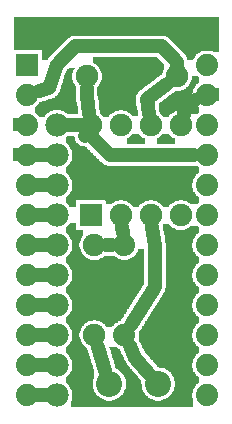
<source format=gbl>
G04 MADE WITH FRITZING*
G04 WWW.FRITZING.ORG*
G04 SINGLE SIDED*
G04 HOLES NOT PLATED*
G04 CONTOUR ON CENTER OF CONTOUR VECTOR*
%ASAXBY*%
%FSLAX23Y23*%
%MOIN*%
%OFA0B0*%
%SFA1.0B1.0*%
%ADD10C,0.075000*%
%ADD11C,0.074000*%
%ADD12C,0.087244*%
%ADD13C,0.078000*%
%ADD14R,0.074000X0.074000*%
%ADD15R,0.075000X0.075000*%
%ADD16C,0.048000*%
%LNCOPPER0*%
G90*
G70*
G54D10*
X612Y1284D03*
X399Y1138D03*
X290Y829D03*
X568Y359D03*
G54D11*
X683Y1179D03*
X683Y1079D03*
X683Y979D03*
X683Y879D03*
X683Y779D03*
X683Y679D03*
X683Y579D03*
X683Y479D03*
X683Y379D03*
X683Y279D03*
X683Y179D03*
X683Y79D03*
X83Y79D03*
X83Y179D03*
X83Y279D03*
X83Y379D03*
X83Y479D03*
X83Y579D03*
X83Y679D03*
X83Y779D03*
X83Y879D03*
X83Y979D03*
X83Y1079D03*
X83Y1179D03*
G54D10*
X296Y679D03*
X296Y979D03*
X396Y679D03*
X396Y979D03*
X496Y679D03*
X496Y979D03*
X596Y679D03*
X596Y979D03*
G54D11*
X408Y279D03*
X408Y579D03*
G54D10*
X308Y579D03*
X308Y279D03*
G54D12*
X358Y117D03*
X521Y117D03*
G54D10*
X283Y1142D03*
X583Y1142D03*
G54D13*
X183Y979D03*
X183Y879D03*
X183Y779D03*
X183Y679D03*
X183Y579D03*
X183Y479D03*
X183Y379D03*
X183Y279D03*
X183Y179D03*
X183Y79D03*
G54D14*
X83Y1179D03*
G54D15*
X296Y679D03*
G54D16*
X429Y313D02*
X510Y440D01*
D02*
X510Y440D02*
X510Y578D01*
D02*
X510Y578D02*
X501Y640D01*
D02*
X400Y640D02*
X403Y619D01*
D02*
X426Y243D02*
X445Y204D01*
D02*
X445Y204D02*
X491Y151D01*
D02*
X368Y579D02*
X348Y579D01*
D02*
X583Y1181D02*
X583Y1191D01*
D02*
X583Y1191D02*
X532Y1242D01*
D02*
X532Y1242D02*
X245Y1242D01*
D02*
X182Y1179D02*
X158Y1103D01*
D02*
X245Y1242D02*
X182Y1179D01*
D02*
X158Y1103D02*
X123Y1092D01*
D02*
X320Y241D02*
X345Y160D01*
D02*
X551Y1118D02*
X482Y1066D01*
D02*
X482Y1066D02*
X489Y1018D01*
D02*
X283Y1102D02*
X283Y1078D01*
D02*
X283Y1078D02*
X290Y1018D01*
D02*
X641Y879D02*
X359Y879D01*
D02*
X283Y955D02*
X277Y944D01*
D02*
X359Y879D02*
X283Y955D01*
D02*
X620Y1053D02*
X608Y1017D01*
D02*
X644Y1063D02*
X620Y1053D01*
D02*
X267Y979D02*
X213Y979D01*
D02*
X153Y879D02*
X114Y879D01*
D02*
X153Y779D02*
X114Y779D01*
D02*
X153Y679D02*
X114Y679D01*
D02*
X153Y579D02*
X114Y579D01*
D02*
X153Y479D02*
X114Y479D01*
D02*
X153Y379D02*
X114Y379D01*
D02*
X153Y279D02*
X114Y279D01*
D02*
X153Y179D02*
X114Y179D01*
D02*
X153Y79D02*
X114Y79D01*
G36*
X40Y1339D02*
X40Y1277D01*
X542Y1277D01*
X542Y1275D01*
X548Y1275D01*
X548Y1273D01*
X552Y1273D01*
X552Y1271D01*
X554Y1271D01*
X554Y1269D01*
X556Y1269D01*
X556Y1267D01*
X558Y1267D01*
X558Y1265D01*
X560Y1265D01*
X560Y1263D01*
X562Y1263D01*
X562Y1261D01*
X564Y1261D01*
X564Y1259D01*
X566Y1259D01*
X566Y1257D01*
X568Y1257D01*
X568Y1255D01*
X570Y1255D01*
X570Y1253D01*
X572Y1253D01*
X572Y1251D01*
X574Y1251D01*
X574Y1249D01*
X576Y1249D01*
X576Y1247D01*
X578Y1247D01*
X578Y1245D01*
X580Y1245D01*
X580Y1243D01*
X582Y1243D01*
X582Y1241D01*
X584Y1241D01*
X584Y1239D01*
X586Y1239D01*
X586Y1237D01*
X588Y1237D01*
X588Y1235D01*
X590Y1235D01*
X590Y1233D01*
X592Y1233D01*
X592Y1231D01*
X594Y1231D01*
X594Y1229D01*
X684Y1229D01*
X684Y1227D01*
X696Y1227D01*
X696Y1225D01*
X702Y1225D01*
X702Y1223D01*
X724Y1223D01*
X724Y1339D01*
X40Y1339D01*
G37*
D02*
G36*
X40Y1277D02*
X40Y1229D01*
X132Y1229D01*
X132Y1197D01*
X152Y1197D01*
X152Y1201D01*
X154Y1201D01*
X154Y1203D01*
X156Y1203D01*
X156Y1205D01*
X158Y1205D01*
X158Y1207D01*
X160Y1207D01*
X160Y1209D01*
X162Y1209D01*
X162Y1211D01*
X164Y1211D01*
X164Y1213D01*
X166Y1213D01*
X166Y1215D01*
X168Y1215D01*
X168Y1217D01*
X170Y1217D01*
X170Y1219D01*
X172Y1219D01*
X172Y1221D01*
X174Y1221D01*
X174Y1223D01*
X176Y1223D01*
X176Y1225D01*
X178Y1225D01*
X178Y1227D01*
X180Y1227D01*
X180Y1229D01*
X182Y1229D01*
X182Y1231D01*
X184Y1231D01*
X184Y1233D01*
X186Y1233D01*
X186Y1235D01*
X188Y1235D01*
X188Y1237D01*
X190Y1237D01*
X190Y1239D01*
X192Y1239D01*
X192Y1241D01*
X194Y1241D01*
X194Y1243D01*
X196Y1243D01*
X196Y1245D01*
X198Y1245D01*
X198Y1247D01*
X200Y1247D01*
X200Y1249D01*
X202Y1249D01*
X202Y1251D01*
X204Y1251D01*
X204Y1253D01*
X206Y1253D01*
X206Y1255D01*
X208Y1255D01*
X208Y1257D01*
X210Y1257D01*
X210Y1259D01*
X212Y1259D01*
X212Y1261D01*
X214Y1261D01*
X214Y1263D01*
X216Y1263D01*
X216Y1265D01*
X218Y1265D01*
X218Y1267D01*
X220Y1267D01*
X220Y1269D01*
X222Y1269D01*
X222Y1271D01*
X226Y1271D01*
X226Y1273D01*
X230Y1273D01*
X230Y1275D01*
X234Y1275D01*
X234Y1277D01*
X40Y1277D01*
G37*
D02*
G36*
X596Y1229D02*
X596Y1227D01*
X598Y1227D01*
X598Y1225D01*
X600Y1225D01*
X600Y1223D01*
X602Y1223D01*
X602Y1221D01*
X604Y1221D01*
X604Y1219D01*
X606Y1219D01*
X606Y1217D01*
X608Y1217D01*
X608Y1215D01*
X610Y1215D01*
X610Y1213D01*
X612Y1213D01*
X612Y1211D01*
X614Y1211D01*
X614Y1207D01*
X616Y1207D01*
X616Y1201D01*
X618Y1201D01*
X618Y1195D01*
X638Y1195D01*
X638Y1201D01*
X640Y1201D01*
X640Y1203D01*
X642Y1203D01*
X642Y1207D01*
X644Y1207D01*
X644Y1209D01*
X646Y1209D01*
X646Y1211D01*
X648Y1211D01*
X648Y1215D01*
X652Y1215D01*
X652Y1217D01*
X654Y1217D01*
X654Y1219D01*
X656Y1219D01*
X656Y1221D01*
X660Y1221D01*
X660Y1223D01*
X664Y1223D01*
X664Y1225D01*
X670Y1225D01*
X670Y1227D01*
X682Y1227D01*
X682Y1229D01*
X596Y1229D01*
G37*
D02*
G36*
X304Y1205D02*
X304Y1185D01*
X308Y1185D01*
X308Y1183D01*
X312Y1183D01*
X312Y1181D01*
X314Y1181D01*
X314Y1179D01*
X316Y1179D01*
X316Y1177D01*
X318Y1177D01*
X318Y1175D01*
X320Y1175D01*
X320Y1173D01*
X322Y1173D01*
X322Y1171D01*
X324Y1171D01*
X324Y1167D01*
X326Y1167D01*
X326Y1163D01*
X328Y1163D01*
X328Y1159D01*
X330Y1159D01*
X330Y1153D01*
X332Y1153D01*
X332Y1131D01*
X330Y1131D01*
X330Y1123D01*
X328Y1123D01*
X328Y1119D01*
X326Y1119D01*
X326Y1115D01*
X324Y1115D01*
X324Y1113D01*
X322Y1113D01*
X322Y1111D01*
X320Y1111D01*
X320Y1107D01*
X318Y1107D01*
X318Y1077D01*
X320Y1077D01*
X320Y1063D01*
X322Y1063D01*
X322Y1047D01*
X324Y1047D01*
X324Y1031D01*
X326Y1031D01*
X326Y1029D01*
X402Y1029D01*
X402Y1027D01*
X410Y1027D01*
X410Y1025D01*
X416Y1025D01*
X416Y1023D01*
X420Y1023D01*
X420Y1021D01*
X424Y1021D01*
X424Y1019D01*
X426Y1019D01*
X426Y1017D01*
X428Y1017D01*
X428Y1015D01*
X430Y1015D01*
X430Y1013D01*
X432Y1013D01*
X432Y1011D01*
X452Y1011D01*
X452Y1031D01*
X450Y1031D01*
X450Y1043D01*
X448Y1043D01*
X448Y1055D01*
X446Y1055D01*
X446Y1075D01*
X448Y1075D01*
X448Y1079D01*
X450Y1079D01*
X450Y1083D01*
X452Y1083D01*
X452Y1087D01*
X454Y1087D01*
X454Y1089D01*
X456Y1089D01*
X456Y1091D01*
X458Y1091D01*
X458Y1093D01*
X460Y1093D01*
X460Y1095D01*
X462Y1095D01*
X462Y1097D01*
X466Y1097D01*
X466Y1099D01*
X468Y1099D01*
X468Y1101D01*
X470Y1101D01*
X470Y1103D01*
X474Y1103D01*
X474Y1105D01*
X476Y1105D01*
X476Y1107D01*
X478Y1107D01*
X478Y1109D01*
X482Y1109D01*
X482Y1111D01*
X484Y1111D01*
X484Y1113D01*
X486Y1113D01*
X486Y1115D01*
X490Y1115D01*
X490Y1117D01*
X492Y1117D01*
X492Y1119D01*
X494Y1119D01*
X494Y1121D01*
X498Y1121D01*
X498Y1123D01*
X500Y1123D01*
X500Y1125D01*
X502Y1125D01*
X502Y1127D01*
X506Y1127D01*
X506Y1129D01*
X508Y1129D01*
X508Y1131D01*
X510Y1131D01*
X510Y1133D01*
X514Y1133D01*
X514Y1135D01*
X516Y1135D01*
X516Y1137D01*
X518Y1137D01*
X518Y1139D01*
X522Y1139D01*
X522Y1141D01*
X524Y1141D01*
X524Y1143D01*
X526Y1143D01*
X526Y1145D01*
X530Y1145D01*
X530Y1147D01*
X532Y1147D01*
X532Y1149D01*
X534Y1149D01*
X534Y1153D01*
X536Y1153D01*
X536Y1159D01*
X538Y1159D01*
X538Y1163D01*
X540Y1163D01*
X540Y1183D01*
X538Y1183D01*
X538Y1185D01*
X536Y1185D01*
X536Y1187D01*
X534Y1187D01*
X534Y1189D01*
X532Y1189D01*
X532Y1191D01*
X530Y1191D01*
X530Y1193D01*
X528Y1193D01*
X528Y1195D01*
X526Y1195D01*
X526Y1197D01*
X524Y1197D01*
X524Y1199D01*
X522Y1199D01*
X522Y1201D01*
X520Y1201D01*
X520Y1203D01*
X518Y1203D01*
X518Y1205D01*
X304Y1205D01*
G37*
D02*
G36*
X326Y1029D02*
X326Y1017D01*
X328Y1017D01*
X328Y1015D01*
X330Y1015D01*
X330Y1013D01*
X332Y1013D01*
X332Y1011D01*
X334Y1011D01*
X334Y1009D01*
X336Y1009D01*
X336Y1007D01*
X356Y1007D01*
X356Y1009D01*
X358Y1009D01*
X358Y1013D01*
X360Y1013D01*
X360Y1015D01*
X362Y1015D01*
X362Y1017D01*
X366Y1017D01*
X366Y1019D01*
X368Y1019D01*
X368Y1021D01*
X372Y1021D01*
X372Y1023D01*
X376Y1023D01*
X376Y1025D01*
X380Y1025D01*
X380Y1027D01*
X390Y1027D01*
X390Y1029D01*
X326Y1029D01*
G37*
D02*
G36*
X222Y1169D02*
X222Y1167D01*
X220Y1167D01*
X220Y1165D01*
X218Y1165D01*
X218Y1163D01*
X216Y1163D01*
X216Y1161D01*
X214Y1161D01*
X214Y1159D01*
X212Y1159D01*
X212Y1153D01*
X210Y1153D01*
X210Y1145D01*
X208Y1145D01*
X208Y1139D01*
X206Y1139D01*
X206Y1133D01*
X204Y1133D01*
X204Y1127D01*
X202Y1127D01*
X202Y1121D01*
X200Y1121D01*
X200Y1113D01*
X198Y1113D01*
X198Y1107D01*
X196Y1107D01*
X196Y1101D01*
X194Y1101D01*
X194Y1095D01*
X192Y1095D01*
X192Y1089D01*
X190Y1089D01*
X190Y1085D01*
X188Y1085D01*
X188Y1083D01*
X186Y1083D01*
X186Y1079D01*
X184Y1079D01*
X184Y1077D01*
X182Y1077D01*
X182Y1075D01*
X178Y1075D01*
X178Y1073D01*
X176Y1073D01*
X176Y1071D01*
X170Y1071D01*
X170Y1069D01*
X166Y1069D01*
X166Y1067D01*
X160Y1067D01*
X160Y1065D01*
X154Y1065D01*
X154Y1063D01*
X148Y1063D01*
X148Y1061D01*
X140Y1061D01*
X140Y1059D01*
X134Y1059D01*
X134Y1057D01*
X126Y1057D01*
X126Y1055D01*
X124Y1055D01*
X124Y1051D01*
X122Y1051D01*
X122Y1049D01*
X120Y1049D01*
X120Y1045D01*
X118Y1045D01*
X118Y1043D01*
X114Y1043D01*
X114Y1041D01*
X112Y1041D01*
X112Y1039D01*
X110Y1039D01*
X110Y1031D01*
X184Y1031D01*
X184Y1029D01*
X196Y1029D01*
X196Y1027D01*
X202Y1027D01*
X202Y1025D01*
X206Y1025D01*
X206Y1023D01*
X210Y1023D01*
X210Y1021D01*
X214Y1021D01*
X214Y1019D01*
X216Y1019D01*
X216Y1017D01*
X218Y1017D01*
X218Y1015D01*
X252Y1015D01*
X252Y1043D01*
X250Y1043D01*
X250Y1057D01*
X248Y1057D01*
X248Y1073D01*
X246Y1073D01*
X246Y1111D01*
X244Y1111D01*
X244Y1113D01*
X242Y1113D01*
X242Y1115D01*
X240Y1115D01*
X240Y1119D01*
X238Y1119D01*
X238Y1123D01*
X236Y1123D01*
X236Y1131D01*
X234Y1131D01*
X234Y1153D01*
X236Y1153D01*
X236Y1159D01*
X238Y1159D01*
X238Y1163D01*
X240Y1163D01*
X240Y1167D01*
X242Y1167D01*
X242Y1169D01*
X222Y1169D01*
G37*
D02*
G36*
X110Y1031D02*
X110Y1019D01*
X112Y1019D01*
X112Y1017D01*
X114Y1017D01*
X114Y1015D01*
X118Y1015D01*
X118Y1013D01*
X120Y1013D01*
X120Y1009D01*
X122Y1009D01*
X122Y1007D01*
X142Y1007D01*
X142Y1011D01*
X144Y1011D01*
X144Y1013D01*
X146Y1013D01*
X146Y1015D01*
X148Y1015D01*
X148Y1017D01*
X150Y1017D01*
X150Y1019D01*
X154Y1019D01*
X154Y1021D01*
X156Y1021D01*
X156Y1023D01*
X160Y1023D01*
X160Y1025D01*
X164Y1025D01*
X164Y1027D01*
X170Y1027D01*
X170Y1029D01*
X182Y1029D01*
X182Y1031D01*
X110Y1031D01*
G37*
D02*
G36*
X632Y1143D02*
X632Y1131D01*
X630Y1131D01*
X630Y1123D01*
X628Y1123D01*
X628Y1119D01*
X626Y1119D01*
X626Y1115D01*
X624Y1115D01*
X624Y1113D01*
X622Y1113D01*
X622Y1111D01*
X620Y1111D01*
X620Y1107D01*
X618Y1107D01*
X618Y1105D01*
X614Y1105D01*
X614Y1103D01*
X612Y1103D01*
X612Y1101D01*
X610Y1101D01*
X610Y1099D01*
X606Y1099D01*
X606Y1097D01*
X602Y1097D01*
X602Y1095D01*
X596Y1095D01*
X596Y1093D01*
X576Y1093D01*
X576Y1091D01*
X574Y1091D01*
X574Y1089D01*
X572Y1089D01*
X572Y1087D01*
X570Y1087D01*
X570Y1085D01*
X566Y1085D01*
X566Y1083D01*
X564Y1083D01*
X564Y1081D01*
X562Y1081D01*
X562Y1079D01*
X558Y1079D01*
X558Y1077D01*
X556Y1077D01*
X556Y1075D01*
X554Y1075D01*
X554Y1073D01*
X550Y1073D01*
X550Y1071D01*
X548Y1071D01*
X548Y1069D01*
X546Y1069D01*
X546Y1067D01*
X542Y1067D01*
X542Y1065D01*
X540Y1065D01*
X540Y1063D01*
X538Y1063D01*
X538Y1061D01*
X534Y1061D01*
X534Y1059D01*
X532Y1059D01*
X532Y1057D01*
X530Y1057D01*
X530Y1055D01*
X526Y1055D01*
X526Y1053D01*
X524Y1053D01*
X524Y1029D01*
X602Y1029D01*
X602Y1027D01*
X610Y1027D01*
X610Y1025D01*
X616Y1025D01*
X616Y1023D01*
X620Y1023D01*
X620Y1021D01*
X624Y1021D01*
X624Y1019D01*
X626Y1019D01*
X626Y1017D01*
X628Y1017D01*
X628Y1015D01*
X652Y1015D01*
X652Y1017D01*
X654Y1017D01*
X654Y1019D01*
X656Y1019D01*
X656Y1039D01*
X654Y1039D01*
X654Y1041D01*
X652Y1041D01*
X652Y1043D01*
X648Y1043D01*
X648Y1047D01*
X646Y1047D01*
X646Y1049D01*
X644Y1049D01*
X644Y1051D01*
X642Y1051D01*
X642Y1055D01*
X640Y1055D01*
X640Y1057D01*
X638Y1057D01*
X638Y1063D01*
X636Y1063D01*
X636Y1071D01*
X634Y1071D01*
X634Y1087D01*
X636Y1087D01*
X636Y1095D01*
X638Y1095D01*
X638Y1101D01*
X640Y1101D01*
X640Y1103D01*
X642Y1103D01*
X642Y1107D01*
X644Y1107D01*
X644Y1109D01*
X646Y1109D01*
X646Y1111D01*
X648Y1111D01*
X648Y1115D01*
X652Y1115D01*
X652Y1117D01*
X654Y1117D01*
X654Y1119D01*
X656Y1119D01*
X656Y1139D01*
X654Y1139D01*
X654Y1141D01*
X652Y1141D01*
X652Y1143D01*
X632Y1143D01*
G37*
D02*
G36*
X524Y1029D02*
X524Y1023D01*
X526Y1023D01*
X526Y1017D01*
X528Y1017D01*
X528Y1015D01*
X530Y1015D01*
X530Y1013D01*
X532Y1013D01*
X532Y1011D01*
X534Y1011D01*
X534Y1009D01*
X536Y1009D01*
X536Y1007D01*
X556Y1007D01*
X556Y1009D01*
X558Y1009D01*
X558Y1013D01*
X560Y1013D01*
X560Y1015D01*
X562Y1015D01*
X562Y1017D01*
X566Y1017D01*
X566Y1019D01*
X568Y1019D01*
X568Y1021D01*
X572Y1021D01*
X572Y1023D01*
X576Y1023D01*
X576Y1025D01*
X580Y1025D01*
X580Y1027D01*
X590Y1027D01*
X590Y1029D01*
X524Y1029D01*
G37*
D02*
G36*
X436Y951D02*
X436Y949D01*
X434Y949D01*
X434Y947D01*
X432Y947D01*
X432Y945D01*
X430Y945D01*
X430Y943D01*
X428Y943D01*
X428Y941D01*
X426Y941D01*
X426Y939D01*
X424Y939D01*
X424Y937D01*
X420Y937D01*
X420Y935D01*
X416Y935D01*
X416Y915D01*
X476Y915D01*
X476Y935D01*
X472Y935D01*
X472Y937D01*
X468Y937D01*
X468Y939D01*
X466Y939D01*
X466Y941D01*
X464Y941D01*
X464Y943D01*
X460Y943D01*
X460Y945D01*
X458Y945D01*
X458Y949D01*
X456Y949D01*
X456Y951D01*
X436Y951D01*
G37*
D02*
G36*
X536Y951D02*
X536Y949D01*
X534Y949D01*
X534Y947D01*
X532Y947D01*
X532Y945D01*
X530Y945D01*
X530Y943D01*
X528Y943D01*
X528Y941D01*
X526Y941D01*
X526Y939D01*
X524Y939D01*
X524Y937D01*
X520Y937D01*
X520Y935D01*
X516Y935D01*
X516Y915D01*
X576Y915D01*
X576Y935D01*
X572Y935D01*
X572Y937D01*
X568Y937D01*
X568Y939D01*
X566Y939D01*
X566Y941D01*
X564Y941D01*
X564Y943D01*
X560Y943D01*
X560Y945D01*
X558Y945D01*
X558Y949D01*
X556Y949D01*
X556Y951D01*
X536Y951D01*
G37*
D02*
G36*
X218Y943D02*
X218Y941D01*
X216Y941D01*
X216Y939D01*
X214Y939D01*
X214Y919D01*
X216Y919D01*
X216Y917D01*
X218Y917D01*
X218Y915D01*
X220Y915D01*
X220Y913D01*
X222Y913D01*
X222Y911D01*
X224Y911D01*
X224Y907D01*
X226Y907D01*
X226Y905D01*
X228Y905D01*
X228Y901D01*
X230Y901D01*
X230Y897D01*
X232Y897D01*
X232Y889D01*
X234Y889D01*
X234Y869D01*
X232Y869D01*
X232Y861D01*
X230Y861D01*
X230Y857D01*
X228Y857D01*
X228Y853D01*
X226Y853D01*
X226Y851D01*
X224Y851D01*
X224Y847D01*
X222Y847D01*
X222Y845D01*
X220Y845D01*
X220Y843D01*
X218Y843D01*
X218Y841D01*
X216Y841D01*
X216Y839D01*
X214Y839D01*
X214Y819D01*
X216Y819D01*
X216Y817D01*
X218Y817D01*
X218Y815D01*
X220Y815D01*
X220Y813D01*
X222Y813D01*
X222Y811D01*
X224Y811D01*
X224Y807D01*
X226Y807D01*
X226Y805D01*
X228Y805D01*
X228Y801D01*
X230Y801D01*
X230Y797D01*
X232Y797D01*
X232Y789D01*
X234Y789D01*
X234Y769D01*
X232Y769D01*
X232Y761D01*
X230Y761D01*
X230Y757D01*
X228Y757D01*
X228Y753D01*
X226Y753D01*
X226Y751D01*
X224Y751D01*
X224Y747D01*
X222Y747D01*
X222Y745D01*
X220Y745D01*
X220Y743D01*
X218Y743D01*
X218Y741D01*
X216Y741D01*
X216Y739D01*
X214Y739D01*
X214Y729D01*
X602Y729D01*
X602Y727D01*
X610Y727D01*
X610Y725D01*
X616Y725D01*
X616Y723D01*
X620Y723D01*
X620Y721D01*
X624Y721D01*
X624Y719D01*
X626Y719D01*
X626Y717D01*
X628Y717D01*
X628Y715D01*
X652Y715D01*
X652Y717D01*
X654Y717D01*
X654Y719D01*
X656Y719D01*
X656Y739D01*
X654Y739D01*
X654Y741D01*
X652Y741D01*
X652Y743D01*
X648Y743D01*
X648Y747D01*
X646Y747D01*
X646Y749D01*
X644Y749D01*
X644Y751D01*
X642Y751D01*
X642Y755D01*
X640Y755D01*
X640Y757D01*
X638Y757D01*
X638Y763D01*
X636Y763D01*
X636Y771D01*
X634Y771D01*
X634Y787D01*
X636Y787D01*
X636Y795D01*
X638Y795D01*
X638Y801D01*
X640Y801D01*
X640Y803D01*
X642Y803D01*
X642Y807D01*
X644Y807D01*
X644Y809D01*
X646Y809D01*
X646Y811D01*
X648Y811D01*
X648Y815D01*
X652Y815D01*
X652Y817D01*
X654Y817D01*
X654Y819D01*
X656Y819D01*
X656Y839D01*
X654Y839D01*
X654Y841D01*
X652Y841D01*
X652Y843D01*
X350Y843D01*
X350Y845D01*
X344Y845D01*
X344Y847D01*
X340Y847D01*
X340Y849D01*
X338Y849D01*
X338Y851D01*
X336Y851D01*
X336Y853D01*
X332Y853D01*
X332Y855D01*
X330Y855D01*
X330Y857D01*
X328Y857D01*
X328Y859D01*
X326Y859D01*
X326Y861D01*
X324Y861D01*
X324Y863D01*
X322Y863D01*
X322Y865D01*
X320Y865D01*
X320Y867D01*
X318Y867D01*
X318Y869D01*
X316Y869D01*
X316Y871D01*
X314Y871D01*
X314Y873D01*
X312Y873D01*
X312Y875D01*
X310Y875D01*
X310Y877D01*
X308Y877D01*
X308Y879D01*
X306Y879D01*
X306Y881D01*
X304Y881D01*
X304Y883D01*
X302Y883D01*
X302Y885D01*
X300Y885D01*
X300Y887D01*
X298Y887D01*
X298Y889D01*
X296Y889D01*
X296Y891D01*
X294Y891D01*
X294Y893D01*
X292Y893D01*
X292Y895D01*
X290Y895D01*
X290Y897D01*
X288Y897D01*
X288Y899D01*
X286Y899D01*
X286Y901D01*
X284Y901D01*
X284Y903D01*
X282Y903D01*
X282Y905D01*
X280Y905D01*
X280Y907D01*
X278Y907D01*
X278Y909D01*
X266Y909D01*
X266Y911D01*
X260Y911D01*
X260Y913D01*
X258Y913D01*
X258Y915D01*
X254Y915D01*
X254Y917D01*
X252Y917D01*
X252Y919D01*
X250Y919D01*
X250Y921D01*
X248Y921D01*
X248Y923D01*
X246Y923D01*
X246Y927D01*
X244Y927D01*
X244Y931D01*
X242Y931D01*
X242Y939D01*
X240Y939D01*
X240Y943D01*
X218Y943D01*
G37*
D02*
G36*
X214Y729D02*
X214Y719D01*
X216Y719D01*
X216Y717D01*
X218Y717D01*
X218Y715D01*
X220Y715D01*
X220Y713D01*
X222Y713D01*
X222Y711D01*
X224Y711D01*
X224Y707D01*
X226Y707D01*
X226Y705D01*
X246Y705D01*
X246Y729D01*
X214Y729D01*
G37*
D02*
G36*
X344Y729D02*
X344Y727D01*
X346Y727D01*
X346Y717D01*
X366Y717D01*
X366Y719D01*
X368Y719D01*
X368Y721D01*
X372Y721D01*
X372Y723D01*
X376Y723D01*
X376Y725D01*
X380Y725D01*
X380Y727D01*
X390Y727D01*
X390Y729D01*
X344Y729D01*
G37*
D02*
G36*
X402Y729D02*
X402Y727D01*
X410Y727D01*
X410Y725D01*
X416Y725D01*
X416Y723D01*
X420Y723D01*
X420Y721D01*
X424Y721D01*
X424Y719D01*
X426Y719D01*
X426Y717D01*
X428Y717D01*
X428Y715D01*
X430Y715D01*
X430Y713D01*
X432Y713D01*
X432Y711D01*
X434Y711D01*
X434Y709D01*
X436Y709D01*
X436Y707D01*
X456Y707D01*
X456Y709D01*
X458Y709D01*
X458Y713D01*
X460Y713D01*
X460Y715D01*
X462Y715D01*
X462Y717D01*
X466Y717D01*
X466Y719D01*
X468Y719D01*
X468Y721D01*
X472Y721D01*
X472Y723D01*
X476Y723D01*
X476Y725D01*
X480Y725D01*
X480Y727D01*
X490Y727D01*
X490Y729D01*
X402Y729D01*
G37*
D02*
G36*
X502Y729D02*
X502Y727D01*
X510Y727D01*
X510Y725D01*
X516Y725D01*
X516Y723D01*
X520Y723D01*
X520Y721D01*
X524Y721D01*
X524Y719D01*
X526Y719D01*
X526Y717D01*
X528Y717D01*
X528Y715D01*
X530Y715D01*
X530Y713D01*
X532Y713D01*
X532Y711D01*
X534Y711D01*
X534Y709D01*
X536Y709D01*
X536Y707D01*
X556Y707D01*
X556Y709D01*
X558Y709D01*
X558Y713D01*
X560Y713D01*
X560Y715D01*
X562Y715D01*
X562Y717D01*
X566Y717D01*
X566Y719D01*
X568Y719D01*
X568Y721D01*
X572Y721D01*
X572Y723D01*
X576Y723D01*
X576Y725D01*
X580Y725D01*
X580Y727D01*
X590Y727D01*
X590Y729D01*
X502Y729D01*
G37*
D02*
G36*
X226Y653D02*
X226Y651D01*
X224Y651D01*
X224Y647D01*
X222Y647D01*
X222Y645D01*
X220Y645D01*
X220Y643D01*
X218Y643D01*
X218Y641D01*
X216Y641D01*
X216Y639D01*
X214Y639D01*
X214Y619D01*
X216Y619D01*
X216Y617D01*
X218Y617D01*
X218Y615D01*
X220Y615D01*
X220Y613D01*
X222Y613D01*
X222Y611D01*
X224Y611D01*
X224Y607D01*
X226Y607D01*
X226Y605D01*
X228Y605D01*
X228Y601D01*
X230Y601D01*
X230Y597D01*
X232Y597D01*
X232Y589D01*
X234Y589D01*
X234Y569D01*
X232Y569D01*
X232Y561D01*
X230Y561D01*
X230Y557D01*
X228Y557D01*
X228Y553D01*
X226Y553D01*
X226Y551D01*
X224Y551D01*
X224Y547D01*
X222Y547D01*
X222Y545D01*
X220Y545D01*
X220Y543D01*
X218Y543D01*
X218Y541D01*
X216Y541D01*
X216Y539D01*
X214Y539D01*
X214Y529D01*
X302Y529D01*
X302Y531D01*
X294Y531D01*
X294Y533D01*
X288Y533D01*
X288Y535D01*
X284Y535D01*
X284Y537D01*
X280Y537D01*
X280Y539D01*
X278Y539D01*
X278Y541D01*
X276Y541D01*
X276Y543D01*
X274Y543D01*
X274Y545D01*
X272Y545D01*
X272Y547D01*
X270Y547D01*
X270Y549D01*
X268Y549D01*
X268Y551D01*
X266Y551D01*
X266Y555D01*
X264Y555D01*
X264Y559D01*
X262Y559D01*
X262Y565D01*
X260Y565D01*
X260Y573D01*
X258Y573D01*
X258Y585D01*
X260Y585D01*
X260Y593D01*
X262Y593D01*
X262Y599D01*
X264Y599D01*
X264Y603D01*
X266Y603D01*
X266Y607D01*
X268Y607D01*
X268Y609D01*
X270Y609D01*
X270Y629D01*
X246Y629D01*
X246Y653D01*
X226Y653D01*
G37*
D02*
G36*
X538Y649D02*
X538Y629D01*
X590Y629D01*
X590Y631D01*
X580Y631D01*
X580Y633D01*
X576Y633D01*
X576Y635D01*
X572Y635D01*
X572Y637D01*
X568Y637D01*
X568Y639D01*
X566Y639D01*
X566Y641D01*
X564Y641D01*
X564Y643D01*
X560Y643D01*
X560Y645D01*
X558Y645D01*
X558Y649D01*
X538Y649D01*
G37*
D02*
G36*
X628Y643D02*
X628Y641D01*
X626Y641D01*
X626Y639D01*
X624Y639D01*
X624Y637D01*
X620Y637D01*
X620Y635D01*
X616Y635D01*
X616Y633D01*
X610Y633D01*
X610Y631D01*
X602Y631D01*
X602Y629D01*
X656Y629D01*
X656Y639D01*
X654Y639D01*
X654Y641D01*
X652Y641D01*
X652Y643D01*
X628Y643D01*
G37*
D02*
G36*
X538Y629D02*
X538Y627D01*
X656Y627D01*
X656Y629D01*
X538Y629D01*
G37*
D02*
G36*
X538Y629D02*
X538Y627D01*
X656Y627D01*
X656Y629D01*
X538Y629D01*
G37*
D02*
G36*
X540Y627D02*
X540Y613D01*
X542Y613D01*
X542Y599D01*
X544Y599D01*
X544Y585D01*
X546Y585D01*
X546Y435D01*
X544Y435D01*
X544Y427D01*
X542Y427D01*
X542Y423D01*
X540Y423D01*
X540Y419D01*
X538Y419D01*
X538Y417D01*
X536Y417D01*
X536Y413D01*
X534Y413D01*
X534Y409D01*
X532Y409D01*
X532Y407D01*
X530Y407D01*
X530Y403D01*
X528Y403D01*
X528Y401D01*
X526Y401D01*
X526Y397D01*
X524Y397D01*
X524Y395D01*
X522Y395D01*
X522Y391D01*
X520Y391D01*
X520Y387D01*
X518Y387D01*
X518Y385D01*
X516Y385D01*
X516Y381D01*
X514Y381D01*
X514Y379D01*
X512Y379D01*
X512Y375D01*
X510Y375D01*
X510Y371D01*
X508Y371D01*
X508Y369D01*
X506Y369D01*
X506Y365D01*
X504Y365D01*
X504Y363D01*
X502Y363D01*
X502Y359D01*
X500Y359D01*
X500Y355D01*
X498Y355D01*
X498Y353D01*
X496Y353D01*
X496Y349D01*
X494Y349D01*
X494Y347D01*
X492Y347D01*
X492Y343D01*
X490Y343D01*
X490Y341D01*
X488Y341D01*
X488Y337D01*
X486Y337D01*
X486Y333D01*
X484Y333D01*
X484Y331D01*
X482Y331D01*
X482Y327D01*
X480Y327D01*
X480Y325D01*
X478Y325D01*
X478Y321D01*
X476Y321D01*
X476Y317D01*
X474Y317D01*
X474Y315D01*
X472Y315D01*
X472Y311D01*
X470Y311D01*
X470Y309D01*
X468Y309D01*
X468Y305D01*
X466Y305D01*
X466Y301D01*
X464Y301D01*
X464Y299D01*
X462Y299D01*
X462Y295D01*
X460Y295D01*
X460Y293D01*
X458Y293D01*
X458Y257D01*
X460Y257D01*
X460Y253D01*
X462Y253D01*
X462Y249D01*
X464Y249D01*
X464Y245D01*
X466Y245D01*
X466Y241D01*
X468Y241D01*
X468Y237D01*
X470Y237D01*
X470Y233D01*
X472Y233D01*
X472Y229D01*
X474Y229D01*
X474Y225D01*
X476Y225D01*
X476Y223D01*
X478Y223D01*
X478Y221D01*
X480Y221D01*
X480Y217D01*
X482Y217D01*
X482Y215D01*
X484Y215D01*
X484Y213D01*
X486Y213D01*
X486Y211D01*
X488Y211D01*
X488Y209D01*
X490Y209D01*
X490Y207D01*
X492Y207D01*
X492Y203D01*
X494Y203D01*
X494Y201D01*
X496Y201D01*
X496Y199D01*
X498Y199D01*
X498Y197D01*
X500Y197D01*
X500Y195D01*
X502Y195D01*
X502Y193D01*
X504Y193D01*
X504Y189D01*
X506Y189D01*
X506Y187D01*
X508Y187D01*
X508Y185D01*
X510Y185D01*
X510Y183D01*
X512Y183D01*
X512Y181D01*
X514Y181D01*
X514Y179D01*
X516Y179D01*
X516Y175D01*
X518Y175D01*
X518Y173D01*
X522Y173D01*
X522Y171D01*
X536Y171D01*
X536Y169D01*
X542Y169D01*
X542Y167D01*
X546Y167D01*
X546Y165D01*
X548Y165D01*
X548Y163D01*
X552Y163D01*
X552Y161D01*
X554Y161D01*
X554Y159D01*
X558Y159D01*
X558Y157D01*
X560Y157D01*
X560Y155D01*
X562Y155D01*
X562Y151D01*
X564Y151D01*
X564Y149D01*
X566Y149D01*
X566Y147D01*
X568Y147D01*
X568Y143D01*
X570Y143D01*
X570Y139D01*
X572Y139D01*
X572Y135D01*
X574Y135D01*
X574Y127D01*
X576Y127D01*
X576Y105D01*
X574Y105D01*
X574Y99D01*
X572Y99D01*
X572Y93D01*
X570Y93D01*
X570Y89D01*
X568Y89D01*
X568Y87D01*
X566Y87D01*
X566Y83D01*
X564Y83D01*
X564Y81D01*
X562Y81D01*
X562Y79D01*
X560Y79D01*
X560Y77D01*
X558Y77D01*
X558Y75D01*
X556Y75D01*
X556Y73D01*
X554Y73D01*
X554Y71D01*
X550Y71D01*
X550Y69D01*
X548Y69D01*
X548Y67D01*
X544Y67D01*
X544Y65D01*
X538Y65D01*
X538Y63D01*
X530Y63D01*
X530Y61D01*
X638Y61D01*
X638Y63D01*
X636Y63D01*
X636Y71D01*
X634Y71D01*
X634Y87D01*
X636Y87D01*
X636Y95D01*
X638Y95D01*
X638Y101D01*
X640Y101D01*
X640Y103D01*
X642Y103D01*
X642Y107D01*
X644Y107D01*
X644Y109D01*
X646Y109D01*
X646Y111D01*
X648Y111D01*
X648Y115D01*
X652Y115D01*
X652Y117D01*
X654Y117D01*
X654Y119D01*
X656Y119D01*
X656Y139D01*
X654Y139D01*
X654Y141D01*
X652Y141D01*
X652Y143D01*
X648Y143D01*
X648Y147D01*
X646Y147D01*
X646Y149D01*
X644Y149D01*
X644Y151D01*
X642Y151D01*
X642Y155D01*
X640Y155D01*
X640Y157D01*
X638Y157D01*
X638Y163D01*
X636Y163D01*
X636Y171D01*
X634Y171D01*
X634Y187D01*
X636Y187D01*
X636Y195D01*
X638Y195D01*
X638Y201D01*
X640Y201D01*
X640Y203D01*
X642Y203D01*
X642Y207D01*
X644Y207D01*
X644Y209D01*
X646Y209D01*
X646Y211D01*
X648Y211D01*
X648Y215D01*
X652Y215D01*
X652Y217D01*
X654Y217D01*
X654Y219D01*
X656Y219D01*
X656Y239D01*
X654Y239D01*
X654Y241D01*
X652Y241D01*
X652Y243D01*
X648Y243D01*
X648Y247D01*
X646Y247D01*
X646Y249D01*
X644Y249D01*
X644Y251D01*
X642Y251D01*
X642Y255D01*
X640Y255D01*
X640Y257D01*
X638Y257D01*
X638Y263D01*
X636Y263D01*
X636Y271D01*
X634Y271D01*
X634Y287D01*
X636Y287D01*
X636Y295D01*
X638Y295D01*
X638Y301D01*
X640Y301D01*
X640Y303D01*
X642Y303D01*
X642Y307D01*
X644Y307D01*
X644Y309D01*
X646Y309D01*
X646Y311D01*
X648Y311D01*
X648Y315D01*
X652Y315D01*
X652Y317D01*
X654Y317D01*
X654Y319D01*
X656Y319D01*
X656Y339D01*
X654Y339D01*
X654Y341D01*
X652Y341D01*
X652Y343D01*
X648Y343D01*
X648Y347D01*
X646Y347D01*
X646Y349D01*
X644Y349D01*
X644Y351D01*
X642Y351D01*
X642Y355D01*
X640Y355D01*
X640Y357D01*
X638Y357D01*
X638Y363D01*
X636Y363D01*
X636Y371D01*
X634Y371D01*
X634Y387D01*
X636Y387D01*
X636Y395D01*
X638Y395D01*
X638Y401D01*
X640Y401D01*
X640Y403D01*
X642Y403D01*
X642Y407D01*
X644Y407D01*
X644Y409D01*
X646Y409D01*
X646Y411D01*
X648Y411D01*
X648Y415D01*
X652Y415D01*
X652Y417D01*
X654Y417D01*
X654Y419D01*
X656Y419D01*
X656Y439D01*
X654Y439D01*
X654Y441D01*
X652Y441D01*
X652Y443D01*
X648Y443D01*
X648Y447D01*
X646Y447D01*
X646Y449D01*
X644Y449D01*
X644Y451D01*
X642Y451D01*
X642Y455D01*
X640Y455D01*
X640Y457D01*
X638Y457D01*
X638Y463D01*
X636Y463D01*
X636Y471D01*
X634Y471D01*
X634Y487D01*
X636Y487D01*
X636Y495D01*
X638Y495D01*
X638Y501D01*
X640Y501D01*
X640Y503D01*
X642Y503D01*
X642Y507D01*
X644Y507D01*
X644Y509D01*
X646Y509D01*
X646Y511D01*
X648Y511D01*
X648Y515D01*
X652Y515D01*
X652Y517D01*
X654Y517D01*
X654Y519D01*
X656Y519D01*
X656Y539D01*
X654Y539D01*
X654Y541D01*
X652Y541D01*
X652Y543D01*
X648Y543D01*
X648Y547D01*
X646Y547D01*
X646Y549D01*
X644Y549D01*
X644Y551D01*
X642Y551D01*
X642Y555D01*
X640Y555D01*
X640Y557D01*
X638Y557D01*
X638Y563D01*
X636Y563D01*
X636Y571D01*
X634Y571D01*
X634Y587D01*
X636Y587D01*
X636Y595D01*
X638Y595D01*
X638Y601D01*
X640Y601D01*
X640Y603D01*
X642Y603D01*
X642Y607D01*
X644Y607D01*
X644Y609D01*
X646Y609D01*
X646Y611D01*
X648Y611D01*
X648Y615D01*
X652Y615D01*
X652Y617D01*
X654Y617D01*
X654Y619D01*
X656Y619D01*
X656Y627D01*
X540Y627D01*
G37*
D02*
G36*
X454Y567D02*
X454Y559D01*
X452Y559D01*
X452Y555D01*
X450Y555D01*
X450Y553D01*
X448Y553D01*
X448Y549D01*
X446Y549D01*
X446Y547D01*
X444Y547D01*
X444Y545D01*
X442Y545D01*
X442Y543D01*
X440Y543D01*
X440Y541D01*
X438Y541D01*
X438Y539D01*
X434Y539D01*
X434Y537D01*
X430Y537D01*
X430Y535D01*
X428Y535D01*
X428Y533D01*
X420Y533D01*
X420Y531D01*
X474Y531D01*
X474Y567D01*
X454Y567D01*
G37*
D02*
G36*
X340Y543D02*
X340Y541D01*
X338Y541D01*
X338Y539D01*
X336Y539D01*
X336Y537D01*
X332Y537D01*
X332Y535D01*
X328Y535D01*
X328Y533D01*
X322Y533D01*
X322Y531D01*
X396Y531D01*
X396Y533D01*
X388Y533D01*
X388Y535D01*
X386Y535D01*
X386Y537D01*
X382Y537D01*
X382Y539D01*
X378Y539D01*
X378Y541D01*
X376Y541D01*
X376Y543D01*
X340Y543D01*
G37*
D02*
G36*
X314Y531D02*
X314Y529D01*
X474Y529D01*
X474Y531D01*
X314Y531D01*
G37*
D02*
G36*
X314Y531D02*
X314Y529D01*
X474Y529D01*
X474Y531D01*
X314Y531D01*
G37*
D02*
G36*
X214Y529D02*
X214Y527D01*
X474Y527D01*
X474Y529D01*
X214Y529D01*
G37*
D02*
G36*
X214Y529D02*
X214Y527D01*
X474Y527D01*
X474Y529D01*
X214Y529D01*
G37*
D02*
G36*
X214Y527D02*
X214Y519D01*
X216Y519D01*
X216Y517D01*
X218Y517D01*
X218Y515D01*
X220Y515D01*
X220Y513D01*
X222Y513D01*
X222Y511D01*
X224Y511D01*
X224Y507D01*
X226Y507D01*
X226Y505D01*
X228Y505D01*
X228Y501D01*
X230Y501D01*
X230Y497D01*
X232Y497D01*
X232Y489D01*
X234Y489D01*
X234Y469D01*
X232Y469D01*
X232Y461D01*
X230Y461D01*
X230Y457D01*
X228Y457D01*
X228Y453D01*
X226Y453D01*
X226Y451D01*
X224Y451D01*
X224Y447D01*
X222Y447D01*
X222Y445D01*
X220Y445D01*
X220Y443D01*
X218Y443D01*
X218Y441D01*
X216Y441D01*
X216Y439D01*
X214Y439D01*
X214Y419D01*
X216Y419D01*
X216Y417D01*
X218Y417D01*
X218Y415D01*
X220Y415D01*
X220Y413D01*
X222Y413D01*
X222Y411D01*
X224Y411D01*
X224Y407D01*
X226Y407D01*
X226Y405D01*
X228Y405D01*
X228Y401D01*
X230Y401D01*
X230Y397D01*
X232Y397D01*
X232Y389D01*
X234Y389D01*
X234Y369D01*
X232Y369D01*
X232Y361D01*
X230Y361D01*
X230Y357D01*
X228Y357D01*
X228Y353D01*
X226Y353D01*
X226Y351D01*
X224Y351D01*
X224Y347D01*
X222Y347D01*
X222Y345D01*
X220Y345D01*
X220Y343D01*
X218Y343D01*
X218Y341D01*
X216Y341D01*
X216Y339D01*
X214Y339D01*
X214Y329D01*
X314Y329D01*
X314Y327D01*
X322Y327D01*
X322Y325D01*
X328Y325D01*
X328Y323D01*
X332Y323D01*
X332Y321D01*
X336Y321D01*
X336Y319D01*
X338Y319D01*
X338Y317D01*
X340Y317D01*
X340Y315D01*
X342Y315D01*
X342Y313D01*
X344Y313D01*
X344Y311D01*
X346Y311D01*
X346Y309D01*
X348Y309D01*
X348Y307D01*
X368Y307D01*
X368Y309D01*
X370Y309D01*
X370Y311D01*
X372Y311D01*
X372Y313D01*
X374Y313D01*
X374Y315D01*
X376Y315D01*
X376Y317D01*
X378Y317D01*
X378Y319D01*
X382Y319D01*
X382Y321D01*
X386Y321D01*
X386Y323D01*
X388Y323D01*
X388Y325D01*
X396Y325D01*
X396Y329D01*
X398Y329D01*
X398Y333D01*
X400Y333D01*
X400Y335D01*
X402Y335D01*
X402Y339D01*
X404Y339D01*
X404Y341D01*
X406Y341D01*
X406Y345D01*
X408Y345D01*
X408Y349D01*
X410Y349D01*
X410Y351D01*
X412Y351D01*
X412Y355D01*
X414Y355D01*
X414Y357D01*
X416Y357D01*
X416Y361D01*
X418Y361D01*
X418Y365D01*
X420Y365D01*
X420Y367D01*
X422Y367D01*
X422Y371D01*
X424Y371D01*
X424Y373D01*
X426Y373D01*
X426Y377D01*
X428Y377D01*
X428Y379D01*
X430Y379D01*
X430Y383D01*
X432Y383D01*
X432Y387D01*
X434Y387D01*
X434Y389D01*
X436Y389D01*
X436Y393D01*
X438Y393D01*
X438Y395D01*
X440Y395D01*
X440Y399D01*
X442Y399D01*
X442Y403D01*
X444Y403D01*
X444Y405D01*
X446Y405D01*
X446Y409D01*
X448Y409D01*
X448Y411D01*
X450Y411D01*
X450Y415D01*
X452Y415D01*
X452Y419D01*
X454Y419D01*
X454Y421D01*
X456Y421D01*
X456Y425D01*
X458Y425D01*
X458Y427D01*
X460Y427D01*
X460Y431D01*
X462Y431D01*
X462Y433D01*
X464Y433D01*
X464Y437D01*
X466Y437D01*
X466Y441D01*
X468Y441D01*
X468Y443D01*
X470Y443D01*
X470Y447D01*
X472Y447D01*
X472Y449D01*
X474Y449D01*
X474Y527D01*
X214Y527D01*
G37*
D02*
G36*
X214Y329D02*
X214Y319D01*
X216Y319D01*
X216Y317D01*
X218Y317D01*
X218Y315D01*
X220Y315D01*
X220Y313D01*
X222Y313D01*
X222Y311D01*
X224Y311D01*
X224Y307D01*
X226Y307D01*
X226Y305D01*
X228Y305D01*
X228Y301D01*
X230Y301D01*
X230Y297D01*
X232Y297D01*
X232Y289D01*
X234Y289D01*
X234Y269D01*
X232Y269D01*
X232Y261D01*
X230Y261D01*
X230Y257D01*
X228Y257D01*
X228Y253D01*
X226Y253D01*
X226Y251D01*
X224Y251D01*
X224Y247D01*
X222Y247D01*
X222Y245D01*
X220Y245D01*
X220Y243D01*
X218Y243D01*
X218Y241D01*
X216Y241D01*
X216Y239D01*
X214Y239D01*
X214Y219D01*
X216Y219D01*
X216Y217D01*
X218Y217D01*
X218Y215D01*
X220Y215D01*
X220Y213D01*
X222Y213D01*
X222Y211D01*
X224Y211D01*
X224Y207D01*
X226Y207D01*
X226Y205D01*
X228Y205D01*
X228Y201D01*
X230Y201D01*
X230Y197D01*
X232Y197D01*
X232Y189D01*
X234Y189D01*
X234Y169D01*
X232Y169D01*
X232Y161D01*
X230Y161D01*
X230Y157D01*
X228Y157D01*
X228Y153D01*
X226Y153D01*
X226Y151D01*
X224Y151D01*
X224Y147D01*
X222Y147D01*
X222Y145D01*
X220Y145D01*
X220Y143D01*
X218Y143D01*
X218Y141D01*
X216Y141D01*
X216Y139D01*
X214Y139D01*
X214Y119D01*
X216Y119D01*
X216Y117D01*
X218Y117D01*
X218Y115D01*
X220Y115D01*
X220Y113D01*
X222Y113D01*
X222Y111D01*
X224Y111D01*
X224Y107D01*
X226Y107D01*
X226Y105D01*
X228Y105D01*
X228Y101D01*
X230Y101D01*
X230Y97D01*
X232Y97D01*
X232Y89D01*
X234Y89D01*
X234Y69D01*
X232Y69D01*
X232Y61D01*
X348Y61D01*
X348Y63D01*
X340Y63D01*
X340Y65D01*
X336Y65D01*
X336Y67D01*
X332Y67D01*
X332Y69D01*
X328Y69D01*
X328Y71D01*
X326Y71D01*
X326Y73D01*
X322Y73D01*
X322Y75D01*
X320Y75D01*
X320Y77D01*
X318Y77D01*
X318Y79D01*
X316Y79D01*
X316Y81D01*
X314Y81D01*
X314Y85D01*
X312Y85D01*
X312Y87D01*
X310Y87D01*
X310Y91D01*
X308Y91D01*
X308Y95D01*
X306Y95D01*
X306Y101D01*
X304Y101D01*
X304Y109D01*
X302Y109D01*
X302Y123D01*
X304Y123D01*
X304Y133D01*
X306Y133D01*
X306Y139D01*
X308Y139D01*
X308Y159D01*
X306Y159D01*
X306Y167D01*
X304Y167D01*
X304Y173D01*
X302Y173D01*
X302Y179D01*
X300Y179D01*
X300Y185D01*
X298Y185D01*
X298Y193D01*
X296Y193D01*
X296Y199D01*
X294Y199D01*
X294Y205D01*
X292Y205D01*
X292Y211D01*
X290Y211D01*
X290Y219D01*
X288Y219D01*
X288Y225D01*
X286Y225D01*
X286Y231D01*
X284Y231D01*
X284Y237D01*
X280Y237D01*
X280Y239D01*
X278Y239D01*
X278Y241D01*
X276Y241D01*
X276Y243D01*
X274Y243D01*
X274Y245D01*
X272Y245D01*
X272Y247D01*
X270Y247D01*
X270Y249D01*
X268Y249D01*
X268Y251D01*
X266Y251D01*
X266Y255D01*
X264Y255D01*
X264Y259D01*
X262Y259D01*
X262Y265D01*
X260Y265D01*
X260Y273D01*
X258Y273D01*
X258Y285D01*
X260Y285D01*
X260Y293D01*
X262Y293D01*
X262Y299D01*
X264Y299D01*
X264Y303D01*
X266Y303D01*
X266Y307D01*
X268Y307D01*
X268Y309D01*
X270Y309D01*
X270Y311D01*
X272Y311D01*
X272Y313D01*
X274Y313D01*
X274Y315D01*
X276Y315D01*
X276Y317D01*
X278Y317D01*
X278Y319D01*
X280Y319D01*
X280Y321D01*
X284Y321D01*
X284Y323D01*
X288Y323D01*
X288Y325D01*
X294Y325D01*
X294Y327D01*
X302Y327D01*
X302Y329D01*
X214Y329D01*
G37*
D02*
G36*
X358Y241D02*
X358Y235D01*
X360Y235D01*
X360Y229D01*
X362Y229D01*
X362Y223D01*
X364Y223D01*
X364Y217D01*
X366Y217D01*
X366Y209D01*
X368Y209D01*
X368Y203D01*
X370Y203D01*
X370Y197D01*
X372Y197D01*
X372Y191D01*
X374Y191D01*
X374Y183D01*
X376Y183D01*
X376Y177D01*
X378Y177D01*
X378Y171D01*
X380Y171D01*
X380Y167D01*
X382Y167D01*
X382Y165D01*
X386Y165D01*
X386Y163D01*
X390Y163D01*
X390Y161D01*
X392Y161D01*
X392Y159D01*
X394Y159D01*
X394Y157D01*
X398Y157D01*
X398Y153D01*
X400Y153D01*
X400Y151D01*
X402Y151D01*
X402Y149D01*
X404Y149D01*
X404Y145D01*
X406Y145D01*
X406Y143D01*
X408Y143D01*
X408Y139D01*
X410Y139D01*
X410Y133D01*
X412Y133D01*
X412Y125D01*
X414Y125D01*
X414Y109D01*
X412Y109D01*
X412Y99D01*
X410Y99D01*
X410Y95D01*
X408Y95D01*
X408Y91D01*
X406Y91D01*
X406Y87D01*
X404Y87D01*
X404Y85D01*
X402Y85D01*
X402Y81D01*
X400Y81D01*
X400Y79D01*
X398Y79D01*
X398Y77D01*
X396Y77D01*
X396Y75D01*
X394Y75D01*
X394Y73D01*
X390Y73D01*
X390Y71D01*
X388Y71D01*
X388Y69D01*
X384Y69D01*
X384Y67D01*
X382Y67D01*
X382Y65D01*
X376Y65D01*
X376Y63D01*
X368Y63D01*
X368Y61D01*
X510Y61D01*
X510Y63D01*
X502Y63D01*
X502Y65D01*
X498Y65D01*
X498Y67D01*
X494Y67D01*
X494Y69D01*
X490Y69D01*
X490Y71D01*
X488Y71D01*
X488Y73D01*
X486Y73D01*
X486Y75D01*
X482Y75D01*
X482Y77D01*
X480Y77D01*
X480Y79D01*
X478Y79D01*
X478Y83D01*
X476Y83D01*
X476Y85D01*
X474Y85D01*
X474Y89D01*
X472Y89D01*
X472Y91D01*
X470Y91D01*
X470Y95D01*
X468Y95D01*
X468Y101D01*
X466Y101D01*
X466Y115D01*
X464Y115D01*
X464Y129D01*
X462Y129D01*
X462Y131D01*
X460Y131D01*
X460Y133D01*
X458Y133D01*
X458Y135D01*
X456Y135D01*
X456Y137D01*
X454Y137D01*
X454Y139D01*
X452Y139D01*
X452Y143D01*
X450Y143D01*
X450Y145D01*
X448Y145D01*
X448Y147D01*
X446Y147D01*
X446Y149D01*
X444Y149D01*
X444Y151D01*
X442Y151D01*
X442Y153D01*
X440Y153D01*
X440Y157D01*
X438Y157D01*
X438Y159D01*
X436Y159D01*
X436Y161D01*
X434Y161D01*
X434Y163D01*
X432Y163D01*
X432Y165D01*
X430Y165D01*
X430Y167D01*
X428Y167D01*
X428Y171D01*
X426Y171D01*
X426Y173D01*
X424Y173D01*
X424Y175D01*
X422Y175D01*
X422Y177D01*
X420Y177D01*
X420Y179D01*
X418Y179D01*
X418Y181D01*
X416Y181D01*
X416Y185D01*
X414Y185D01*
X414Y189D01*
X412Y189D01*
X412Y193D01*
X410Y193D01*
X410Y197D01*
X408Y197D01*
X408Y201D01*
X406Y201D01*
X406Y205D01*
X404Y205D01*
X404Y209D01*
X402Y209D01*
X402Y213D01*
X400Y213D01*
X400Y217D01*
X398Y217D01*
X398Y221D01*
X396Y221D01*
X396Y225D01*
X394Y225D01*
X394Y229D01*
X392Y229D01*
X392Y233D01*
X388Y233D01*
X388Y235D01*
X386Y235D01*
X386Y237D01*
X382Y237D01*
X382Y239D01*
X378Y239D01*
X378Y241D01*
X358Y241D01*
G37*
D02*
G36*
X230Y61D02*
X230Y59D01*
X638Y59D01*
X638Y61D01*
X230Y61D01*
G37*
D02*
G36*
X230Y61D02*
X230Y59D01*
X638Y59D01*
X638Y61D01*
X230Y61D01*
G37*
D02*
G36*
X230Y61D02*
X230Y59D01*
X638Y59D01*
X638Y61D01*
X230Y61D01*
G37*
D02*
G36*
X230Y59D02*
X230Y41D01*
X638Y41D01*
X638Y59D01*
X230Y59D01*
G37*
D02*
G36*
X36Y903D02*
X62Y903D01*
X62Y860D01*
X36Y860D01*
X36Y903D01*
G37*
D02*
G36*
X36Y1003D02*
X62Y1003D01*
X62Y960D01*
X36Y960D01*
X36Y1003D01*
G37*
D02*
G36*
X698Y1103D02*
X724Y1103D01*
X724Y1060D01*
X698Y1060D01*
X698Y1103D01*
G37*
D02*
G04 End of Copper0*
M02*
</source>
